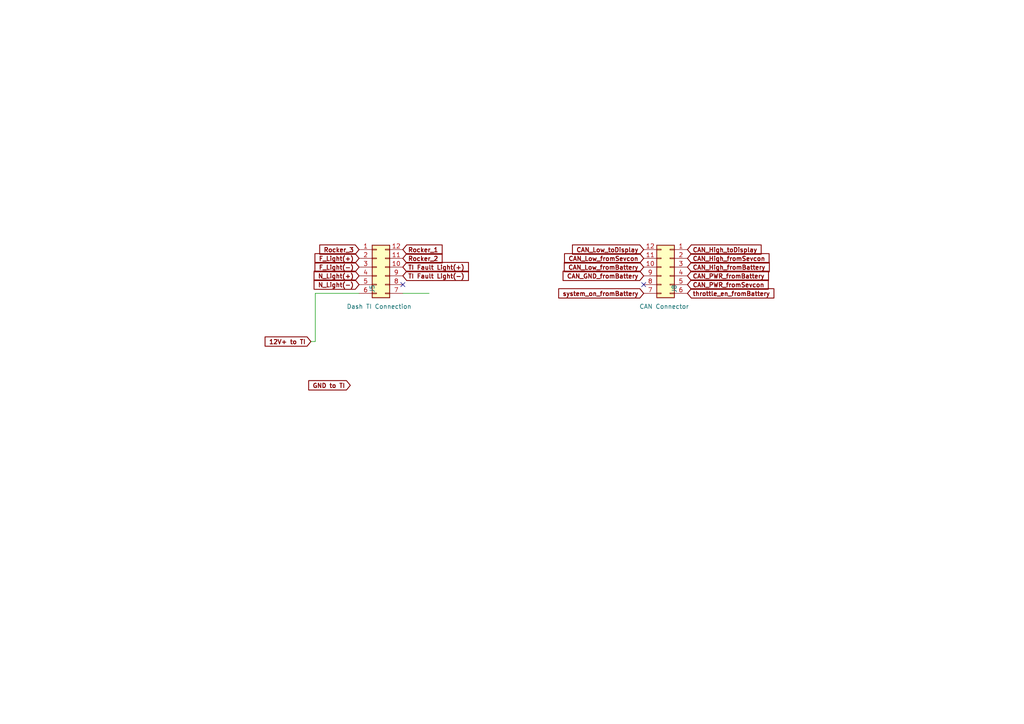
<source format=kicad_sch>
(kicad_sch (version 20230121) (generator eeschema)
  (paper "A4")
  (lib_symbols
    (symbol "Connector_Generic:Conn_02x06_Counter_Clockwise" (pin_names (offset 1.016) hide)
      (property "Reference" "J" (at 1.27 7.62 0))
      (property "Value" "Conn_02x06_Counter_Clockwise" (at 1.27 -10.16 0))
      (symbol "Conn_02x06_Counter_Clockwise_1_1"
        (rectangle (start -1.27 -7.493) (end 0 -7.747) (stroke (width 0.1524)))
        (rectangle (start -1.27 -4.953) (end 0 -5.207) (stroke (width 0.1524)))
        (rectangle (start -1.27 -2.413) (end 0 -2.667) (stroke (width 0.1524)))
        (rectangle (start -1.27 0.127) (end 0 -0.127) (stroke (width 0.1524)))
        (rectangle (start -1.27 2.667) (end 0 2.413) (stroke (width 0.1524)))
        (rectangle (start -1.27 5.207) (end 0 4.953) (stroke (width 0.1524)))
        (rectangle (start -1.27 6.35) (end 3.81 -8.89) (stroke (width 0.254)) (fill (type background)))
        (rectangle (start 3.81 -7.493) (end 2.54 -7.747) (stroke (width 0.1524)))
        (rectangle (start 3.81 -4.953) (end 2.54 -5.207) (stroke (width 0.1524)))
        (rectangle (start 3.81 -2.413) (end 2.54 -2.667) (stroke (width 0.1524)))
        (rectangle (start 3.81 0.127) (end 2.54 -0.127) (stroke (width 0.1524)))
        (rectangle (start 3.81 2.667) (end 2.54 2.413) (stroke (width 0.1524)))
        (rectangle (start 3.81 5.207) (end 2.54 4.953) (stroke (width 0.1524)))
        (pin passive line (at -5.08 5.08 0) (length 3.81) (name "Pin_1") (number "1"))
        (pin passive line (at 7.62 0 180) (length 3.81) (name "Pin_10") (number "10"))
        (pin passive line (at 7.62 2.54 180) (length 3.81) (name "Pin_11") (number "11"))
        (pin passive line (at 7.62 5.08 180) (length 3.81) (name "Pin_12") (number "12"))
        (pin passive line (at -5.08 2.54 0) (length 3.81) (name "Pin_2") (number "2"))
        (pin passive line (at -5.08 0 0) (length 3.81) (name "Pin_3") (number "3"))
        (pin passive line (at -5.08 -2.54 0) (length 3.81) (name "Pin_4") (number "4"))
        (pin passive line (at -5.08 -5.08 0) (length 3.81) (name "Pin_5") (number "5"))
        (pin passive line (at -5.08 -7.62 0) (length 3.81) (name "Pin_6") (number "6"))
        (pin passive line (at 7.62 -7.62 180) (length 3.81) (name "Pin_7") (number "7"))
        (pin passive line (at 7.62 -5.08 180) (length 3.81) (name "Pin_8") (number "8"))
        (pin passive line (at 7.62 -2.54 180) (length 3.81) (name "Pin_9") (number "9"))
      )
    )
  )
  (no_connect (at 186.69 82.55))
  (no_connect (at 116.84 82.55))
  (wire (pts (xy 91.44 85.09) (xy 104.14 85.09)))
  (wire (pts (xy 124.46 85.09) (xy 116.84 85.09)))
  (wire (pts (xy 90.17 99.06) (xy 91.44 99.06)))
  (wire (pts (xy 91.44 99.06) (xy 91.44 85.09)))
  (global_label "F_Light(-)" (shape input) (at 104.14 77.47 180) (effects (font (thickness 0.254) bold)) (property "Intersheetrefs" "${INTERSHEET_REFS}" (effects hide)))
  (global_label "F_Light(+)" (shape input) (at 104.14 74.93 180) (effects (font (thickness 0.254) bold)) (property "Intersheetrefs" "${INTERSHEET_REFS}" (effects hide)))
  (global_label "throttle_en_fromBattery" (shape input) (at 199.39 85.09 0) (effects (font (thickness 0.254) bold)) (property "Intersheetrefs" "${INTERSHEET_REFS}" (effects hide)))
  (global_label "Rocker_1" (shape input) (at 116.84 72.39 0) (effects (font (thickness 0.254) bold)) (property "Intersheetrefs" "${INTERSHEET_REFS}" (effects hide)))
  (global_label "CAN_PWR_fromBattery" (shape input) (at 199.39 80.01 0) (effects (font (thickness 0.254) bold)) (property "Intersheetrefs" "${INTERSHEET_REFS}" (effects hide)))
  (global_label "CAN_High_fromSevcon" (shape input) (at 199.39 74.93 0) (effects (font (thickness 0.254) bold)) (property "Intersheetrefs" "${INTERSHEET_REFS}" (effects hide)))
  (global_label "TI Fault Light(+)" (shape input) (at 116.84 77.47 0) (effects (font (thickness 0.254) bold)) (property "Intersheetrefs" "${INTERSHEET_REFS}" (effects hide)))
  (global_label "CAN_Low_fromBattery" (shape input) (at 186.69 77.47 180) (effects (font (thickness 0.254) bold)) (property "Intersheetrefs" "${INTERSHEET_REFS}" (effects hide)))
  (global_label "CAN_High_toDisplay" (shape input) (at 199.39 72.39 0) (effects (font (thickness 0.254) bold)) (property "Intersheetrefs" "${INTERSHEET_REFS}" (effects hide)))
  (global_label "12V+ to TI" (shape input) (at 90.17 99.06 180) (effects (font bold)) (property "Intersheetrefs" "${INTERSHEET_REFS}" (effects hide)))
  (global_label "GND to TI" (shape input) (at 101.6 111.76 180) (effects (font bold)) (property "Intersheetrefs" "${INTERSHEET_REFS}" (effects hide)))
  (global_label "TI Fault Light(-)" (shape input) (at 116.84 80.01 0) (effects (font (thickness 0.254) bold)) (property "Intersheetrefs" "${INTERSHEET_REFS}" (effects hide)))
  (global_label "N_Light(-)" (shape input) (at 104.14 82.55 180) (effects (font (thickness 0.254) bold)) (property "Intersheetrefs" "${INTERSHEET_REFS}" (effects hide)))
  (global_label "CAN_Low_fromSevcon" (shape input) (at 186.69 74.93 180) (effects (font (thickness 0.254) bold)) (property "Intersheetrefs" "${INTERSHEET_REFS}" (effects hide)))
  (global_label "Rocker_3" (shape input) (at 104.14 72.39 180) (effects (font (thickness 0.254) bold)) (property "Intersheetrefs" "${INTERSHEET_REFS}" (effects hide)))
  (global_label "CAN_PWR_fromSevcon" (shape input) (at 199.39 82.55 0) (effects (font (thickness 0.254) bold)) (property "Intersheetrefs" "${INTERSHEET_REFS}" (effects hide)))
  (global_label "CAN_Low_toDisplay" (shape input) (at 186.69 72.39 180) (effects (font (thickness 0.254) bold)) (property "Intersheetrefs" "${INTERSHEET_REFS}" (effects hide)))
  (global_label "CAN_GND_fromBattery" (shape input) (at 186.69 80.01 180) (effects (font (thickness 0.254) bold)) (property "Intersheetrefs" "${INTERSHEET_REFS}" (effects hide)))
  (global_label "CAN_High_fromBattery" (shape input) (at 199.39 77.47 0) (effects (font (thickness 0.254) bold)) (property "Intersheetrefs" "${INTERSHEET_REFS}" (effects hide)))
  (global_label "system_on_fromBattery" (shape input) (at 186.69 85.09 180) (effects (font (thickness 0.254) bold)) (property "Intersheetrefs" "${INTERSHEET_REFS}" (effects hide)))
  (global_label "Rocker_2" (shape input) (at 116.84 74.93 0) (effects (font (thickness 0.254) bold)) (property "Intersheetrefs" "${INTERSHEET_REFS}" (effects hide)))
  (global_label "N_Light(+)" (shape input) (at 104.14 80.01 180) (effects (font (thickness 0.254) bold)) (property "Intersheetrefs" "${INTERSHEET_REFS}" (effects hide)))
  (symbol (lib_id "Connector_Generic:Conn_02x06_Counter_Clockwise") (at 194.31 77.47 0) (mirror y) (unit 1)
    (property "Reference" "J8" (at 195.5801 82.55 90) (effects (justify right)))
    (property "Value" "CAN Connector" (at 185.42 88.9 0) (effects (justify right)))
    (instances (project "Car_TractiveSystem_v2" (path "" (reference "J8") (unit 1)) (path "" (reference "J4") (unit 1))))
  )
  (symbol (lib_id "Connector_Generic:Conn_02x06_Counter_Clockwise") (at 109.22 77.47 0) (unit 1)
    (property "Reference" "J5" (at 107.9499 82.55 90) (effects (justify right)))
    (property "Value" "Dash TI Connection" (at 119.38 88.9 0) (effects (justify right)))
    (instances (project "Car_TractiveSystem_v2" (path "" (reference "J5") (unit 1)) (path "" (reference "J3") (unit 1))))
  )
)
</source>
